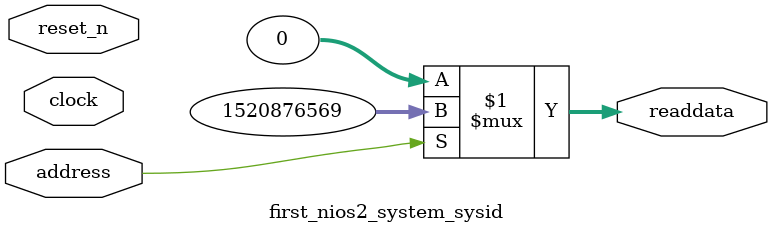
<source format=v>

`timescale 1ns / 1ps
// synthesis translate_on

// turn off superfluous verilog processor warnings 
// altera message_level Level1 
// altera message_off 10034 10035 10036 10037 10230 10240 10030 

module first_nios2_system_sysid (
               // inputs:
                address,
                clock,
                reset_n,

               // outputs:
                readdata
             )
;

  output  [ 31: 0] readdata;
  input            address;
  input            clock;
  input            reset_n;

  wire    [ 31: 0] readdata;
  //control_slave, which is an e_avalon_slave
  assign readdata = address ? 1520876569 : 0;

endmodule




</source>
